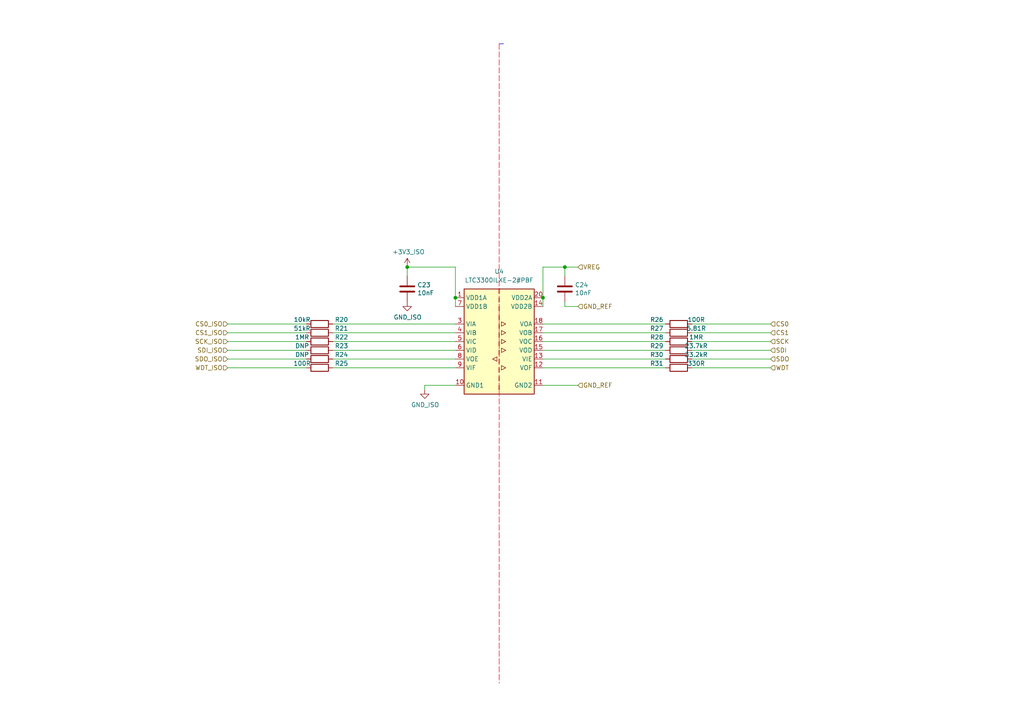
<source format=kicad_sch>
(kicad_sch (version 20211123) (generator eeschema)
  (paper "A4")
  (lib_symbols
    (symbol "+3v3_iso:+3V3_ISO" (power) (pin_names (offset 0))
      (property "Value" "+3V3_ISO" (at 0 3.556 0))
      (symbol "+3V3_ISO_0_1"
        (polyline (pts (xy -0.762 1.27) (xy 0 2.54)))
        (polyline (pts (xy 0 0) (xy 0 2.54)))
        (polyline (pts (xy 0 2.54) (xy 0.762 1.27)))
      )
      (symbol "+3V3_ISO_1_1"
        (pin power_in line (at 0 0 90) (length 0) hide (name "+3V3_ISO") (number "1"))
      )
    )
    (symbol "Device:C" (pin_numbers hide) (pin_names (offset 0.254))
      (property "Reference" "C" (at 0.635 2.54 0))
      (property "Value" "C" (at 0.635 -2.54 0))
      (symbol "C_0_1"
        (polyline (pts (xy -2.032 -0.762) (xy 2.032 -0.762)) (stroke (width 0.508)))
        (polyline (pts (xy -2.032 0.762) (xy 2.032 0.762)) (stroke (width 0.508)))
      )
      (symbol "C_1_1"
        (pin passive line (at 0 3.81 270) (length 2.794) (name "~") (number "1"))
        (pin passive line (at 0 -3.81 90) (length 2.794) (name "~") (number "2"))
      )
    )
    (symbol "Device:R" (pin_numbers hide) (pin_names (offset 0))
      (property "Reference" "R" (at 2.032 0 90))
      (property "Value" "R" (at 0 0 90))
      (symbol "R_0_1"
        (rectangle (start -1.016 -2.54) (end 1.016 2.54) (stroke (width 0.254)))
      )
      (symbol "R_1_1"
        (pin passive line (at 0 3.81 270) (length 1.27) (name "~") (number "1"))
        (pin passive line (at 0 -3.81 90) (length 1.27) (name "~") (number "2"))
      )
    )
    (symbol "Isolator:ADuM7641A"
      (property "Reference" "U" (at -8.89 16.51 0))
      (property "Value" "ADuM7641A" (at -1.27 16.51 0))
      (symbol "ADuM7641A_0_1"
        (polyline (pts (xy -1.905 -5.08) (xy -0.635 -4.445) (xy -0.635 -5.715) (xy -1.905 -5.08)))
        (polyline (pts (xy 0.635 -6.985) (xy 0.635 -8.255) (xy 1.905 -7.62) (xy 0.635 -6.985)))
        (polyline (pts (xy 0.635 3.175) (xy 0.635 1.905) (xy 1.905 2.54) (xy 0.635 3.175)))
        (polyline (pts (xy 0.635 5.715) (xy 0.635 4.445) (xy 1.905 5.08) (xy 0.635 5.715)))
        (polyline (pts (xy 1.905 -2.54) (xy 0.635 -1.905) (xy 0.635 -3.175) (xy 1.905 -2.54)))
        (polyline (pts (xy 1.905 0) (xy 0.635 -0.635) (xy 0.635 0.635) (xy 1.905 0)))
      )
      (symbol "ADuM7641A_1_1"
        (rectangle (start -10.16 15.24) (end 10.16 -15.24) (stroke (width 0.254)) (fill (type background)))
        (polyline (pts (xy 0 -12.7) (xy 0 -13.97)) (stroke (width 0.254)))
        (polyline (pts (xy 0 -10.16) (xy 0 -11.43)) (stroke (width 0.254)))
        (polyline (pts (xy 0 -7.62) (xy 0 -8.89)) (stroke (width 0.254)))
        (polyline (pts (xy 0 -5.08) (xy 0 -6.35)) (stroke (width 0.254)))
        (polyline (pts (xy 0 -2.54) (xy 0 -3.81)) (stroke (width 0.254)))
        (polyline (pts (xy 0 0) (xy 0 -1.27)) (stroke (width 0.254)))
        (polyline (pts (xy 0 2.54) (xy 0 1.27)) (stroke (width 0.254)))
        (polyline (pts (xy 0 5.08) (xy 0 3.81)) (stroke (width 0.254)))
        (polyline (pts (xy 0 7.62) (xy 0 6.35)) (stroke (width 0.254)))
        (polyline (pts (xy 0 10.16) (xy 0 8.89)) (stroke (width 0.254)))
        (polyline (pts (xy 0 12.7) (xy 0 11.43)) (stroke (width 0.254)))
        (polyline (pts (xy 0 15.24) (xy 0 13.97)) (stroke (width 0.254)))
        (pin power_in line (at -12.7 12.7 0) (length 2.54) (name "VDD1A") (number "1"))
        (pin power_in line (at -12.7 -12.7 0) (length 2.54) (name "GND1") (number "10"))
        (pin power_in line (at 12.7 -12.7 180) (length 2.54) (name "GND2") (number "11"))
        (pin output line (at 12.7 -7.62 180) (length 2.54) (name "VOF") (number "12"))
        (pin input line (at 12.7 -5.08 180) (length 2.54) (name "VIE") (number "13"))
        (pin power_in line (at 12.7 10.16 180) (length 2.54) (name "VDD2B") (number "14"))
        (pin output line (at 12.7 -2.54 180) (length 2.54) (name "VOD") (number "15"))
        (pin output line (at 12.7 0 180) (length 2.54) (name "VOC") (number "16"))
        (pin output line (at 12.7 2.54 180) (length 2.54) (name "VOB") (number "17"))
        (pin output line (at 12.7 5.08 180) (length 2.54) (name "VOA") (number "18"))
        (pin passive line (at 12.7 -12.7 180) (length 2.54) hide (name "GND2") (number "19"))
        (pin passive line (at -12.7 -12.7 0) (length 2.54) hide (name "GND1") (number "2"))
        (pin power_in line (at 12.7 12.7 180) (length 2.54) (name "VDD2A") (number "20"))
        (pin input line (at -12.7 5.08 0) (length 2.54) (name "VIA") (number "3"))
        (pin input line (at -12.7 2.54 0) (length 2.54) (name "VIB") (number "4"))
        (pin input line (at -12.7 0 0) (length 2.54) (name "VIC") (number "5"))
        (pin input line (at -12.7 -2.54 0) (length 2.54) (name "VID") (number "6"))
        (pin power_in line (at -12.7 10.16 0) (length 2.54) (name "VDD1B") (number "7"))
        (pin output line (at -12.7 -5.08 0) (length 2.54) (name "VOE") (number "8"))
        (pin input line (at -12.7 -7.62 0) (length 2.54) (name "VIF") (number "9"))
      )
    )
    (symbol "gnd_iso:GND_ISO" (power) (pin_names (offset 0))
      (property "Value" "GND_ISO" (at 0 -3.81 0))
      (symbol "GND_ISO_0_1"
        (polyline (pts (xy 0 0) (xy 0 -1.27) (xy 1.27 -1.27) (xy 0 -2.54) (xy -1.27 -1.27) (xy 0 -1.27)))
      )
      (symbol "GND_ISO_1_1"
        (pin power_in line (at 0 0 270) (length 0) hide (name "GND_ISO") (number "1"))
      )
    )
  )
  (junction (at 118.11 77.47))
  (junction (at 163.83 77.47))
  (junction (at 157.48 86.36))
  (junction (at 132.08 86.36))
  (wire (pts (xy 123.19 111.76) (xy 132.08 111.76)))
  (wire (pts (xy 163.83 80.01) (xy 163.83 77.47)))
  (wire (pts (xy 193.04 99.06) (xy 157.48 99.06)))
  (wire (pts (xy 163.83 77.47) (xy 157.48 77.47)))
  (wire (pts (xy 157.48 104.14) (xy 193.04 104.14)))
  (polyline (pts (xy 146.05 12.7) (xy 144.78 12.7)))
  (wire (pts (xy 96.52 99.06) (xy 132.08 99.06)))
  (wire (pts (xy 200.66 106.68) (xy 223.52 106.68)))
  (wire (pts (xy 157.48 101.6) (xy 193.04 101.6)))
  (wire (pts (xy 118.11 77.47) (xy 118.11 80.01)))
  (wire (pts (xy 157.48 77.47) (xy 157.48 86.36)))
  (wire (pts (xy 88.9 93.98) (xy 66.04 93.98)))
  (wire (pts (xy 88.9 99.06) (xy 66.04 99.06)))
  (wire (pts (xy 200.66 101.6) (xy 223.52 101.6)))
  (wire (pts (xy 88.9 101.6) (xy 66.04 101.6)))
  (wire (pts (xy 88.9 104.14) (xy 66.04 104.14)))
  (wire (pts (xy 132.08 77.47) (xy 118.11 77.47)))
  (wire (pts (xy 157.48 93.98) (xy 193.04 93.98)))
  (wire (pts (xy 163.83 77.47) (xy 167.64 77.47)))
  (wire (pts (xy 193.04 96.52) (xy 157.48 96.52)))
  (wire (pts (xy 200.66 104.14) (xy 223.52 104.14)))
  (wire (pts (xy 132.08 101.6) (xy 96.52 101.6)))
  (wire (pts (xy 167.64 88.9) (xy 163.83 88.9)))
  (wire (pts (xy 200.66 99.06) (xy 223.52 99.06)))
  (wire (pts (xy 157.48 111.76) (xy 167.64 111.76)))
  (wire (pts (xy 193.04 106.68) (xy 157.48 106.68)))
  (wire (pts (xy 96.52 106.68) (xy 132.08 106.68)))
  (wire (pts (xy 88.9 106.68) (xy 66.04 106.68)))
  (wire (pts (xy 123.19 113.03) (xy 123.19 111.76)))
  (wire (pts (xy 132.08 93.98) (xy 96.52 93.98)))
  (wire (pts (xy 157.48 86.36) (xy 157.48 88.9)))
  (polyline (pts (xy 144.78 12.7) (xy 144.78 198.12)) (stroke (width 0) (color 255 0 0 1)))
  (wire (pts (xy 132.08 86.36) (xy 132.08 88.9)))
  (wire (pts (xy 163.83 88.9) (xy 163.83 87.63)))
  (wire (pts (xy 96.52 96.52) (xy 132.08 96.52)))
  (wire (pts (xy 132.08 77.47) (xy 132.08 86.36)))
  (wire (pts (xy 200.66 96.52) (xy 223.52 96.52)))
  (wire (pts (xy 88.9 96.52) (xy 66.04 96.52)))
  (wire (pts (xy 200.66 93.98) (xy 223.52 93.98)))
  (wire (pts (xy 132.08 104.14) (xy 96.52 104.14)))
  (hierarchical_label "SDI_ISO" (shape input) (at 66.04 101.6 180))
  (hierarchical_label "SDO_ISO" (shape input) (at 66.04 104.14 180))
  (hierarchical_label "SCK" (shape input) (at 223.52 99.06 0))
  (hierarchical_label "CS0_ISO" (shape input) (at 66.04 93.98 180))
  (hierarchical_label "SDI" (shape input) (at 223.52 101.6 0))
  (hierarchical_label "GND_REF" (shape input) (at 167.64 88.9 0))
  (hierarchical_label "SDO" (shape input) (at 223.52 104.14 0))
  (hierarchical_label "SCK_ISO" (shape input) (at 66.04 99.06 180))
  (hierarchical_label "WDT" (shape input) (at 223.52 106.68 0))
  (hierarchical_label "WDT_ISO" (shape input) (at 66.04 106.68 180))
  (hierarchical_label "CS1_ISO" (shape input) (at 66.04 96.52 180))
  (hierarchical_label "GND_REF" (shape input) (at 167.64 111.76 0))
  (hierarchical_label "CS1" (shape input) (at 223.52 96.52 0))
  (hierarchical_label "VREG" (shape input) (at 167.64 77.47 0))
  (hierarchical_label "CS0" (shape input) (at 223.52 93.98 0))
  (symbol (lib_id "Device:R") (at 196.85 96.52 90) (mirror x) (unit 1)
    (property "Reference" "R27" (at 190.5 95.25 90))
    (property "Value" "6.81R" (at 201.93 95.25 90))
    (property "Footprint" "Resistor_SMD:R_1206_3216Metric_Pad1.30x1.75mm_HandSolder" (effects hide))
    (property "Part Number" "-" (effects hide))
    (property "Manufacturer" "-" (effects hide))
  )
  (symbol (lib_id "gnd_iso:GND_ISO") (at 123.19 113.03 0) (unit 1)
    (property "Reference" "#PWR050" (effects hide))
    (property "Value" "GND_ISO" (at 123.317 117.4242 0))
  )
  (symbol (lib_id "Device:R") (at 196.85 104.14 90) (mirror x) (unit 1)
    (property "Reference" "R30" (at 190.5 102.87 90))
    (property "Value" "33.2kR" (at 201.93 102.87 90))
    (property "Footprint" "Resistor_SMD:R_0603_1608Metric_Pad0.98x0.95mm_HandSolder" (effects hide))
    (property "Part Number" "-" (effects hide))
    (property "Manufacturer" "-" (effects hide))
  )
  (symbol (lib_id "Device:R") (at 92.71 101.6 270) (unit 1)
    (property "Reference" "R23" (at 99.06 100.33 90))
    (property "Value" "DNP" (at 87.63 100.33 90))
    (property "Footprint" "Resistor_SMD:R_0805_2012Metric_Pad1.20x1.40mm_HandSolder" (effects hide))
    (property "Part Number" "-" (effects hide))
    (property "Manufacturer" "-" (effects hide))
  )
  (symbol (lib_id "Device:R") (at 196.85 101.6 90) (mirror x) (unit 1)
    (property "Reference" "R29" (at 190.5 100.33 90))
    (property "Value" "23.7kR" (at 201.93 100.33 90))
    (property "Footprint" "Resistor_SMD:R_0603_1608Metric_Pad0.98x0.95mm_HandSolder" (effects hide))
    (property "Part Number" "-" (effects hide))
    (property "Manufacturer" "-" (effects hide))
  )
  (symbol (lib_id "Device:C") (at 163.83 83.82 0) (unit 1)
    (property "Reference" "C24" (at 166.751 82.6516 0) (effects (justify left)))
    (property "Value" "10nF" (at 166.751 84.963 0) (effects (justify left)))
    (property "Footprint" "Capacitor_SMD:C_0603_1608Metric_Pad1.08x0.95mm_HandSolder" (effects hide))
    (property "Part Number" "-" (effects hide))
    (property "Manufacturer" "-" (effects hide))
  )
  (symbol (lib_id "Device:C") (at 118.11 83.82 0) (unit 1)
    (property "Reference" "C23" (at 121.031 82.6516 0) (effects (justify left)))
    (property "Value" "10nF" (at 121.031 84.963 0) (effects (justify left)))
    (property "Footprint" "Capacitor_SMD:C_0603_1608Metric_Pad1.08x0.95mm_HandSolder" (effects hide))
    (property "Part Number" "-" (effects hide))
    (property "Manufacturer" "-" (effects hide))
  )
  (symbol (lib_id "Device:R") (at 196.85 99.06 90) (mirror x) (unit 1)
    (property "Reference" "R28" (at 190.5 97.79 90))
    (property "Value" "1MR" (at 201.93 97.79 90))
    (property "Footprint" "Resistor_SMD:R_0603_1608Metric_Pad0.98x0.95mm_HandSolder" (effects hide))
    (property "Part Number" "-" (effects hide))
    (property "Manufacturer" "-" (effects hide))
  )
  (symbol (lib_id "Isolator:ADuM7641A") (at 144.78 99.06 0) (unit 1)
    (property "Reference" "U4" (at 144.78 78.74 0))
    (property "Value" "LTC3300ILXE-2#PBF" (at 144.78 81.28 0))
    (property "Footprint" "LTC3300ILXE-2_PBF:QFP50P900X900X160-49N" (effects hide))
    (property "Datasheet" "https://www.analog.com/media/en/technical-documentation/data-sheets/ADuM7640_7641_7642_7643.pdf" (effects hide))
    (property "Manufacturer" "-" (effects hide))
  )
  (symbol (lib_id "Device:R") (at 196.85 93.98 90) (mirror x) (unit 1)
    (property "Reference" "R26" (at 190.5 92.71 90))
    (property "Value" "100R" (at 201.93 92.71 90))
    (property "Footprint" "Resistor_SMD:R_1206_3216Metric_Pad1.30x1.75mm_HandSolder" (effects hide))
    (property "Part Number" "-" (effects hide))
    (property "Manufacturer" "-" (effects hide))
  )
  (symbol (lib_id "Device:R") (at 92.71 104.14 270) (unit 1)
    (property "Reference" "R24" (at 99.06 102.87 90))
    (property "Value" "DNP" (at 87.63 102.87 90))
    (property "Footprint" "Resistor_SMD:R_0805_2012Metric_Pad1.20x1.40mm_HandSolder" (effects hide))
    (property "Part Number" "-" (effects hide))
    (property "Manufacturer" "-" (effects hide))
  )
  (symbol (lib_id "Device:R") (at 92.71 96.52 270) (unit 1)
    (property "Reference" "R21" (at 99.06 95.25 90))
    (property "Value" "51kR" (at 87.63 95.25 90))
    (property "Footprint" "Resistor_SMD:R_0603_1608Metric_Pad0.98x0.95mm_HandSolder" (effects hide))
    (property "Part Number" "-" (effects hide))
    (property "Manufacturer" "-" (effects hide))
  )
  (symbol (lib_id "Device:R") (at 92.71 93.98 270) (unit 1)
    (property "Reference" "R20" (at 99.06 92.71 90))
    (property "Value" "10kR" (at 87.63 92.71 90))
    (property "Footprint" "Resistor_SMD:R_0603_1608Metric_Pad0.98x0.95mm_HandSolder" (effects hide))
    (property "Part Number" "-" (effects hide))
    (property "Manufacturer" "-" (effects hide))
  )
  (symbol (lib_id "Device:R") (at 92.71 106.68 270) (unit 1)
    (property "Reference" "R25" (at 99.06 105.41 90))
    (property "Value" "100R" (at 87.63 105.41 90))
    (property "Footprint" "Resistor_SMD:R_1206_3216Metric_Pad1.30x1.75mm_HandSolder" (effects hide))
    (property "Part Number" "-" (effects hide))
    (property "Manufacturer" "-" (effects hide))
  )
  (symbol (lib_id "gnd_iso:GND_ISO") (at 118.11 87.63 0) (unit 1)
    (property "Reference" "#PWR049" (effects hide))
    (property "Value" "GND_ISO" (at 118.237 92.0242 0))
  )
  (symbol (lib_id "Device:R") (at 92.71 99.06 270) (unit 1)
    (property "Reference" "R22" (at 99.06 97.79 90))
    (property "Value" "1MR" (at 87.63 97.79 90))
    (property "Footprint" "Resistor_SMD:R_0603_1608Metric_Pad0.98x0.95mm_HandSolder" (effects hide))
    (property "Part Number" "-" (effects hide))
    (property "Manufacturer" "-" (effects hide))
  )
  (symbol (lib_id "+3v3_iso:+3V3_ISO") (at 118.11 77.47 0) (unit 1)
    (property "Reference" "#PWR048" (effects hide))
    (property "Value" "+3V3_ISO" (at 118.491 73.0758 0))
  )
  (symbol (lib_id "Device:R") (at 196.85 106.68 90) (mirror x) (unit 1)
    (property "Reference" "R31" (at 190.5 105.41 90))
    (property "Value" "330R" (at 201.93 105.41 90))
    (property "Footprint" "Resistor_SMD:R_1206_3216Metric_Pad1.30x1.75mm_HandSolder" (effects hide))
    (property "Part Number" "-" (effects hide))
    (property "Manufacturer" "-" (effects hide))
  )
)
</source>
